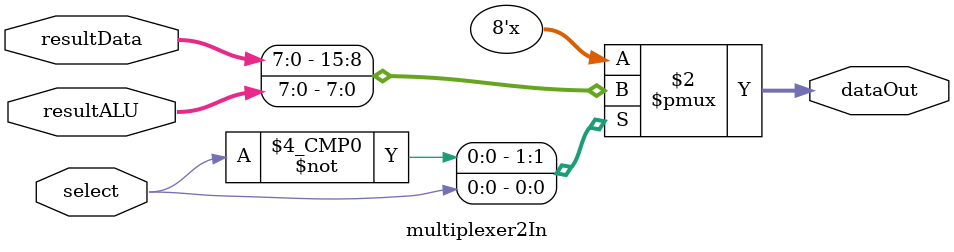
<source format=v>
module multiplexer2In(resultData,resultALU,select,dataOut);

input [7:0] resultData;
input [7:0] resultALU;
input select;

output reg [7:0] dataOut;

always @(*) begin
	case(select)
		1'b0: dataOut = resultData;
		1'b1: dataOut = resultALU;
	endcase
end

endmodule
</source>
